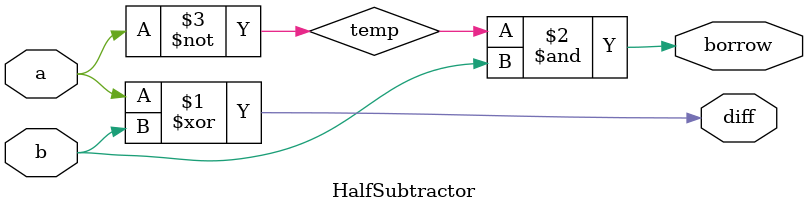
<source format=v>
module HalfSubtractor(a,b,diff, borrow);
  
  input a, b;
  output diff, borrow;
  
  wire temp;
  xor diffrence(diff,a,b);
  not comple(temp, a);
  and bor(borrow, temp, b);
endmodule
</source>
